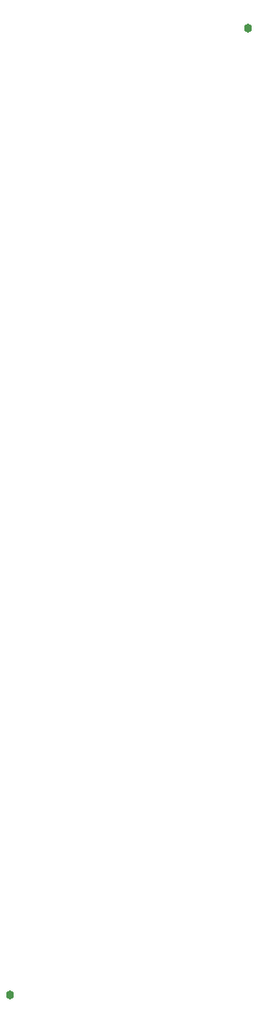
<source format=gbr>
G04 DipTrace 3.0.0.1*
G04 BottomPaste.gbr*
%MOIN*%
G04 #@! TF.FileFunction,Paste,Bot*
G04 #@! TF.Part,Single*
%ADD54C,0.031339*%
%FSLAX26Y26*%
G04*
G70*
G90*
G75*
G01*
G04 BotPaste*
%LPD*%
D54*
X694197Y484567D3*
X1565260Y4032795D3*
M02*

</source>
